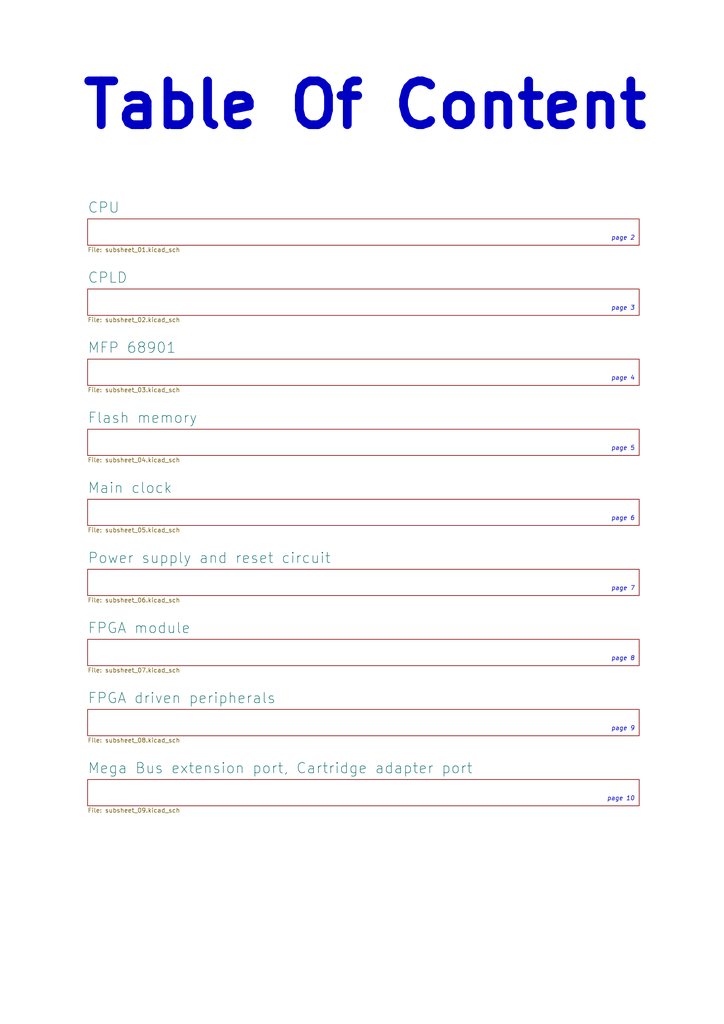
<source format=kicad_sch>
(kicad_sch (version 20230121) (generator eeschema)
  (paper "A4" portrait)
  (title_block (title "Ximera XMR1020 mainboard") (date "2025-07-22") (rev "Mk-0 draft") (company "Sporniket") (comment 3 "https://github.com/sporniket/ximera-xmr1020-mainboard-by-sporniket.git") (comment 4 "Original repository :"))
  (lib_symbols)
  (text "page 3" (at 184.15 90.17 0) (effects (font (size 1.27 1.27) italic) (justify right bottom)))
  (text "page 2" (at 184.15 69.85 0) (effects (font (size 1.27 1.27) italic) (justify right bottom)))
  (text "page 10" (at 184.15 232.41 0) (effects (font (size 1.27 1.27) italic) (justify right bottom)))
  (text "page 5" (at 184.15 130.81 0) (effects (font (size 1.27 1.27) italic) (justify right bottom)))
  (text "page 4" (at 184.15 110.49 0) (effects (font (size 1.27 1.27) italic) (justify right bottom)))
  (text "Table Of Content" (at 22.86 38.1 0) (effects (font (size 12.7 12.7) (thickness 2.54) bold) (justify left bottom)))
  (text "page 9" (at 184.15 212.09 0) (effects (font (size 1.27 1.27) italic) (justify right bottom)))
  (text "page 6" (at 184.15 151.13 0) (effects (font (size 1.27 1.27) italic) (justify right bottom)))
  (text "page 8" (at 184.15 191.77 0) (effects (font (size 1.27 1.27) italic) (justify right bottom)))
  (text "page 7" (at 184.15 171.45 0) (effects (font (size 1.27 1.27) italic) (justify right bottom)))
  (sheet (at 25.4 144.78) (size 160.02 7.62) (stroke (width 0.1524))
    (property "Sheetname" "Main clock" (at 25.4 143.2034 0) (effects (font (size 3 3)) (justify left bottom)))
    (property "Sheetfile" "subsheet_05.kicad_sch" (at 25.4 152.9846 0) (effects (justify left top)))
  )
  (sheet (at 25.4 124.46) (size 160.02 7.62) (stroke (width 0.1524))
    (property "Sheetname" "Flash memory" (at 25.4 122.8834 0) (effects (font (size 3 3)) (justify left bottom)))
    (property "Sheetfile" "subsheet_04.kicad_sch" (at 25.4 132.6646 0) (effects (justify left top)))
  )
  (sheet (at 25.4 165.1) (size 160.02 7.62) (stroke (width 0.1524))
    (property "Sheetname" "Power supply and reset circuit" (at 25.4 163.5234 0) (effects (font (size 3 3)) (justify left bottom)))
    (property "Sheetfile" "subsheet_06.kicad_sch" (at 25.4 173.3046 0) (effects (justify left top)))
  )
  (sheet (at 25.4 226.06) (size 160.02 7.62) (stroke (width 0.1524))
    (property "Sheetname" "Mega Bus extension port, Cartridge adapter port" (at 25.4 224.4834 0) (effects (font (size 3 3)) (justify left bottom)))
    (property "Sheetfile" "subsheet_09.kicad_sch" (at 25.4 234.2646 0) (effects (justify left top)))
  )
  (sheet (at 25.4 205.74) (size 160.02 7.62) (stroke (width 0.1524))
    (property "Sheetname" "FPGA driven peripherals" (at 25.4 204.1634 0) (effects (font (size 3 3)) (justify left bottom)))
    (property "Sheetfile" "subsheet_08.kicad_sch" (at 25.4 213.9446 0) (effects (justify left top)))
  )
  (sheet (at 25.4 83.82) (size 160.02 7.62) (stroke (width 0.1524))
    (property "Sheetname" "CPLD" (at 25.4 82.2434 0) (effects (font (size 3 3)) (justify left bottom)))
    (property "Sheetfile" "subsheet_02.kicad_sch" (at 25.4 92.0246 0) (effects (justify left top)))
  )
  (sheet (at 25.4 104.14) (size 160.02 7.62) (stroke (width 0.1524))
    (property "Sheetname" "MFP 68901" (at 25.4 102.5634 0) (effects (font (size 3 3)) (justify left bottom)))
    (property "Sheetfile" "subsheet_03.kicad_sch" (at 25.4 112.3446 0) (effects (justify left top)))
  )
  (sheet (at 25.4 63.5) (size 160.02 7.62) (stroke (width 0.1524))
    (property "Sheetname" "CPU" (at 25.4 61.9234 0) (effects (font (size 3 3)) (justify left bottom)))
    (property "Sheetfile" "subsheet_01.kicad_sch" (at 25.4 71.7046 0) (effects (justify left top)))
  )
  (sheet (at 25.4 185.42) (size 160.02 7.62) (stroke (width 0.1524))
    (property "Sheetname" "FPGA module" (at 25.4 183.8434 0) (effects (font (size 3 3)) (justify left bottom)))
    (property "Sheetfile" "subsheet_07.kicad_sch" (at 25.4 193.6246 0) (effects (justify left top)))
  )
)
</source>
